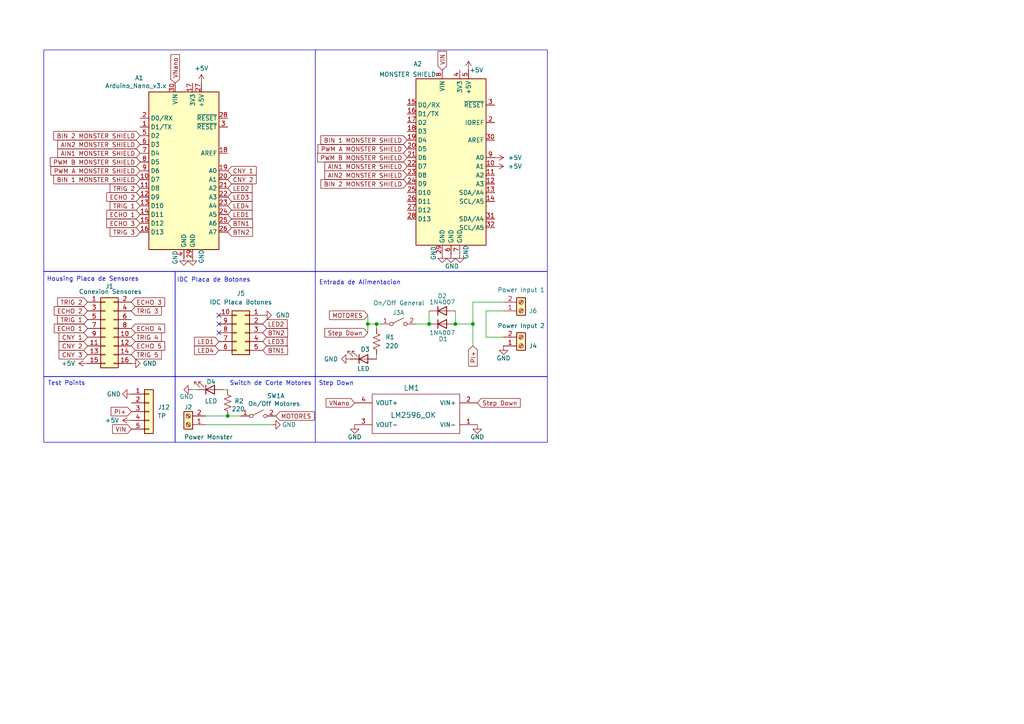
<source format=kicad_sch>
(kicad_sch (version 20231120) (generator "eeschema") (generator_version "8.0")
  (paper "A4")
  (lib_symbols
    (symbol "Connector:Screw_Terminal_01x02" (pin_names (offset 1.016) hide)
      (property "Reference" "J" (at 0 2.54 0))
      (property "Value" "Screw_Terminal_01x02" (at 0 -5.08 0))
      (symbol "Screw_Terminal_01x02_1_1"
        (rectangle (start -1.27 1.27) (end 1.27 -3.81) (stroke (width 0.254)) (fill (type background)))
        (circle (center 0 -2.54) (radius 0.635) (stroke (width 0.1524)))
        (polyline (pts (xy -0.5334 -2.2098) (xy 0.3302 -3.048)) (stroke (width 0.1524)))
        (polyline (pts (xy -0.5334 0.3302) (xy 0.3302 -0.508)) (stroke (width 0.1524)))
        (polyline (pts (xy -0.3556 -2.032) (xy 0.508 -2.8702)) (stroke (width 0.1524)))
        (polyline (pts (xy -0.3556 0.508) (xy 0.508 -0.3302)) (stroke (width 0.1524)))
        (circle (center 0 0) (radius 0.635) (stroke (width 0.1524)))
        (pin passive line (at -5.08 0 0) (length 3.81) (name "Pin_1") (number "1"))
        (pin passive line (at -5.08 -2.54 0) (length 3.81) (name "Pin_2") (number "2"))
      )
    )
    (symbol "Connector_Generic:Conn_01x05" (pin_names (offset 1.016) hide)
      (property "Reference" "J" (at 0 7.62 0))
      (property "Value" "Conn_01x05" (at 0 -7.62 0))
      (symbol "Conn_01x05_1_1"
        (rectangle (start -1.27 -4.953) (end 0 -5.207) (stroke (width 0.1524)))
        (rectangle (start -1.27 -2.413) (end 0 -2.667) (stroke (width 0.1524)))
        (rectangle (start -1.27 0.127) (end 0 -0.127) (stroke (width 0.1524)))
        (rectangle (start -1.27 2.667) (end 0 2.413) (stroke (width 0.1524)))
        (rectangle (start -1.27 5.207) (end 0 4.953) (stroke (width 0.1524)))
        (rectangle (start -1.27 6.35) (end 1.27 -6.35) (stroke (width 0.254)) (fill (type background)))
        (pin passive line (at -5.08 5.08 0) (length 3.81) (name "Pin_1") (number "1"))
        (pin passive line (at -5.08 2.54 0) (length 3.81) (name "Pin_2") (number "2"))
        (pin passive line (at -5.08 0 0) (length 3.81) (name "Pin_3") (number "3"))
        (pin passive line (at -5.08 -2.54 0) (length 3.81) (name "Pin_4") (number "4"))
        (pin passive line (at -5.08 -5.08 0) (length 3.81) (name "Pin_5") (number "5"))
      )
    )
    (symbol "Connector_Generic:Conn_02x05_Counter_Clockwise" (pin_names (offset 1.016) hide)
      (property "Reference" "J" (at 1.27 7.62 0))
      (property "Value" "Conn_02x05_Counter_Clockwise" (at 1.27 -7.62 0))
      (symbol "Conn_02x05_Counter_Clockwise_1_1"
        (rectangle (start -1.27 -4.953) (end 0 -5.207) (stroke (width 0.1524)))
        (rectangle (start -1.27 -2.413) (end 0 -2.667) (stroke (width 0.1524)))
        (rectangle (start -1.27 0.127) (end 0 -0.127) (stroke (width 0.1524)))
        (rectangle (start -1.27 2.667) (end 0 2.413) (stroke (width 0.1524)))
        (rectangle (start -1.27 5.207) (end 0 4.953) (stroke (width 0.1524)))
        (rectangle (start -1.27 6.35) (end 3.81 -6.35) (stroke (width 0.254)) (fill (type background)))
        (rectangle (start 3.81 -4.953) (end 2.54 -5.207) (stroke (width 0.1524)))
        (rectangle (start 3.81 -2.413) (end 2.54 -2.667) (stroke (width 0.1524)))
        (rectangle (start 3.81 0.127) (end 2.54 -0.127) (stroke (width 0.1524)))
        (rectangle (start 3.81 2.667) (end 2.54 2.413) (stroke (width 0.1524)))
        (rectangle (start 3.81 5.207) (end 2.54 4.953) (stroke (width 0.1524)))
        (pin passive line (at -5.08 5.08 0) (length 3.81) (name "Pin_1") (number "1"))
        (pin passive line (at 7.62 5.08 180) (length 3.81) (name "Pin_10") (number "10"))
        (pin passive line (at -5.08 2.54 0) (length 3.81) (name "Pin_2") (number "2"))
        (pin passive line (at -5.08 0 0) (length 3.81) (name "Pin_3") (number "3"))
        (pin passive line (at -5.08 -2.54 0) (length 3.81) (name "Pin_4") (number "4"))
        (pin passive line (at -5.08 -5.08 0) (length 3.81) (name "Pin_5") (number "5"))
        (pin passive line (at 7.62 -5.08 180) (length 3.81) (name "Pin_6") (number "6"))
        (pin passive line (at 7.62 -2.54 180) (length 3.81) (name "Pin_7") (number "7"))
        (pin passive line (at 7.62 0 180) (length 3.81) (name "Pin_8") (number "8"))
        (pin passive line (at 7.62 2.54 180) (length 3.81) (name "Pin_9") (number "9"))
      )
    )
    (symbol "Connector_Generic:Conn_02x08_Odd_Even" (pin_names (offset 1.016) hide)
      (property "Reference" "J" (at 1.27 10.16 0))
      (property "Value" "Conn_02x08_Odd_Even" (at 1.27 -12.7 0))
      (symbol "Conn_02x08_Odd_Even_1_1"
        (rectangle (start -1.27 -10.033) (end 0 -10.287) (stroke (width 0.1524)))
        (rectangle (start -1.27 -7.493) (end 0 -7.747) (stroke (width 0.1524)))
        (rectangle (start -1.27 -4.953) (end 0 -5.207) (stroke (width 0.1524)))
        (rectangle (start -1.27 -2.413) (end 0 -2.667) (stroke (width 0.1524)))
        (rectangle (start -1.27 0.127) (end 0 -0.127) (stroke (width 0.1524)))
        (rectangle (start -1.27 2.667) (end 0 2.413) (stroke (width 0.1524)))
        (rectangle (start -1.27 5.207) (end 0 4.953) (stroke (width 0.1524)))
        (rectangle (start -1.27 7.747) (end 0 7.493) (stroke (width 0.1524)))
        (rectangle (start -1.27 8.89) (end 3.81 -11.43) (stroke (width 0.254)) (fill (type background)))
        (rectangle (start 3.81 -10.033) (end 2.54 -10.287) (stroke (width 0.1524)))
        (rectangle (start 3.81 -7.493) (end 2.54 -7.747) (stroke (width 0.1524)))
        (rectangle (start 3.81 -4.953) (end 2.54 -5.207) (stroke (width 0.1524)))
        (rectangle (start 3.81 -2.413) (end 2.54 -2.667) (stroke (width 0.1524)))
        (rectangle (start 3.81 0.127) (end 2.54 -0.127) (stroke (width 0.1524)))
        (rectangle (start 3.81 2.667) (end 2.54 2.413) (stroke (width 0.1524)))
        (rectangle (start 3.81 5.207) (end 2.54 4.953) (stroke (width 0.1524)))
        (rectangle (start 3.81 7.747) (end 2.54 7.493) (stroke (width 0.1524)))
        (pin passive line (at -5.08 7.62 0) (length 3.81) (name "Pin_1") (number "1"))
        (pin passive line (at 7.62 -2.54 180) (length 3.81) (name "Pin_10") (number "10"))
        (pin passive line (at -5.08 -5.08 0) (length 3.81) (name "Pin_11") (number "11"))
        (pin passive line (at 7.62 -5.08 180) (length 3.81) (name "Pin_12") (number "12"))
        (pin passive line (at -5.08 -7.62 0) (length 3.81) (name "Pin_13") (number "13"))
        (pin passive line (at 7.62 -7.62 180) (length 3.81) (name "Pin_14") (number "14"))
        (pin passive line (at -5.08 -10.16 0) (length 3.81) (name "Pin_15") (number "15"))
        (pin passive line (at 7.62 -10.16 180) (length 3.81) (name "Pin_16") (number "16"))
        (pin passive line (at 7.62 7.62 180) (length 3.81) (name "Pin_2") (number "2"))
        (pin passive line (at -5.08 5.08 0) (length 3.81) (name "Pin_3") (number "3"))
        (pin passive line (at 7.62 5.08 180) (length 3.81) (name "Pin_4") (number "4"))
        (pin passive line (at -5.08 2.54 0) (length 3.81) (name "Pin_5") (number "5"))
        (pin passive line (at 7.62 2.54 180) (length 3.81) (name "Pin_6") (number "6"))
        (pin passive line (at -5.08 0 0) (length 3.81) (name "Pin_7") (number "7"))
        (pin passive line (at 7.62 0 180) (length 3.81) (name "Pin_8") (number "8"))
        (pin passive line (at -5.08 -2.54 0) (length 3.81) (name "Pin_9") (number "9"))
      )
    )
    (symbol "Device:LED" (pin_numbers hide) (pin_names (offset 1.016) hide)
      (property "Reference" "D" (at 0 2.54 0))
      (property "Value" "LED" (at 0 -2.54 0))
      (symbol "LED_0_1"
        (polyline (pts (xy -1.27 -1.27) (xy -1.27 1.27)) (stroke (width 0.254)))
        (polyline (pts (xy -1.27 0) (xy 1.27 0)))
        (polyline (pts (xy 1.27 -1.27) (xy 1.27 1.27) (xy -1.27 0) (xy 1.27 -1.27)) (stroke (width 0.254)))
        (polyline (pts (xy -3.048 -0.762) (xy -4.572 -2.286) (xy -3.81 -2.286) (xy -4.572 -2.286) (xy -4.572 -1.524)))
        (polyline (pts (xy -1.778 -0.762) (xy -3.302 -2.286) (xy -2.54 -2.286) (xy -3.302 -2.286) (xy -3.302 -1.524)))
      )
      (symbol "LED_1_1"
        (pin passive line (at -3.81 0 0) (length 2.54) (name "K") (number "1"))
        (pin passive line (at 3.81 0 180) (length 2.54) (name "A") (number "2"))
      )
    )
    (symbol "Device:R_US" (pin_numbers hide) (pin_names (offset 0))
      (property "Reference" "R" (at 2.54 0 90))
      (property "Value" "R_US" (at -2.54 0 90))
      (symbol "R_US_0_1"
        (polyline (pts (xy 0 -2.286) (xy 0 -2.54)))
        (polyline (pts (xy 0 2.286) (xy 0 2.54)))
        (polyline (pts (xy 0 -0.762) (xy 1.016 -1.143) (xy 0 -1.524) (xy -1.016 -1.905) (xy 0 -2.286)))
        (polyline (pts (xy 0 0.762) (xy 1.016 0.381) (xy 0 0) (xy -1.016 -0.381) (xy 0 -0.762)))
        (polyline (pts (xy 0 2.286) (xy 1.016 1.905) (xy 0 1.524) (xy -1.016 1.143) (xy 0 0.762)))
      )
      (symbol "R_US_1_1"
        (pin passive line (at 0 3.81 270) (length 1.27) (name "~") (number "1"))
        (pin passive line (at 0 -3.81 90) (length 1.27) (name "~") (number "2"))
      )
    )
    (symbol "Diode:1N4007" (pin_numbers hide) (pin_names hide)
      (property "Reference" "D" (at 0 2.54 0))
      (property "Value" "1N4007" (at 0 -2.54 0))
      (symbol "1N4007_0_1"
        (polyline (pts (xy -1.27 1.27) (xy -1.27 -1.27)) (stroke (width 0.254)))
        (polyline (pts (xy 1.27 0) (xy -1.27 0)))
        (polyline (pts (xy 1.27 1.27) (xy 1.27 -1.27) (xy -1.27 0) (xy 1.27 1.27)) (stroke (width 0.254)))
      )
      (symbol "1N4007_1_1"
        (pin passive line (at -3.81 0 0) (length 2.54) (name "K") (number "1"))
        (pin passive line (at 3.81 0 180) (length 2.54) (name "A") (number "2"))
      )
    )
    (symbol "LM2596:LM2596_OK" (pin_names (offset 1.016))
      (property "Reference" "LM1" (at 7.366 -1.524 90))
      (property "Value" "LM2596_OK" (at 4.572 -1.27 90))
      (symbol "LM2596_OK_0_1"
        (rectangle (start -8.89 11.43) (end 2.54 -13.97))
      )
      (symbol "LM2596_OK_1_1"
        (pin input line (at 0 -19.05 90) (length 5.08) (name "VIN-") (number "1"))
        (pin input line (at -6.35 -19.05 90) (length 5.08) (name "VIN+") (number "2"))
        (pin input line (at 0 16.51 270) (length 5.08) (name "VOUT-") (number "3"))
        (pin input line (at -6.35 16.51 270) (length 5.08) (name "VOUT+") (number "4"))
      )
    )
    (symbol "MCU_Module:Arduino_Nano_v3.x"
      (property "Reference" "A" (at -10.16 23.495 0))
      (property "Value" "Arduino_Nano_v3.x" (at 5.08 -24.13 0))
      (symbol "Arduino_Nano_v3.x_0_1"
        (rectangle (start -10.16 22.86) (end 10.16 -22.86) (stroke (width 0.254)) (fill (type background)))
      )
      (symbol "Arduino_Nano_v3.x_1_1"
        (pin bidirectional line (at -12.7 12.7 0) (length 2.54) (name "D1/TX") (number "1"))
        (pin bidirectional line (at -12.7 -2.54 0) (length 2.54) (name "D7") (number "10"))
        (pin bidirectional line (at -12.7 -5.08 0) (length 2.54) (name "D8") (number "11"))
        (pin bidirectional line (at -12.7 -7.62 0) (length 2.54) (name "D9") (number "12"))
        (pin bidirectional line (at -12.7 -10.16 0) (length 2.54) (name "D10") (number "13"))
        (pin bidirectional line (at -12.7 -12.7 0) (length 2.54) (name "D11") (number "14"))
        (pin bidirectional line (at -12.7 -15.24 0) (length 2.54) (name "D12") (number "15"))
        (pin bidirectional line (at -12.7 -17.78 0) (length 2.54) (name "D13") (number "16"))
        (pin power_out line (at 2.54 25.4 270) (length 2.54) (name "3V3") (number "17"))
        (pin input line (at 12.7 5.08 180) (length 2.54) (name "AREF") (number "18"))
        (pin bidirectional line (at 12.7 0 180) (length 2.54) (name "A0") (number "19"))
        (pin bidirectional line (at -12.7 15.24 0) (length 2.54) (name "D0/RX") (number "2"))
        (pin bidirectional line (at 12.7 -2.54 180) (length 2.54) (name "A1") (number "20"))
        (pin bidirectional line (at 12.7 -5.08 180) (length 2.54) (name "A2") (number "21"))
        (pin bidirectional line (at 12.7 -7.62 180) (length 2.54) (name "A3") (number "22"))
        (pin bidirectional line (at 12.7 -10.16 180) (length 2.54) (name "A4") (number "23"))
        (pin bidirectional line (at 12.7 -12.7 180) (length 2.54) (name "A5") (number "24"))
        (pin bidirectional line (at 12.7 -15.24 180) (length 2.54) (name "A6") (number "25"))
        (pin bidirectional line (at 12.7 -17.78 180) (length 2.54) (name "A7") (number "26"))
        (pin power_out line (at 5.08 25.4 270) (length 2.54) (name "+5V") (number "27"))
        (pin input line (at 12.7 15.24 180) (length 2.54) (name "~{RESET}") (number "28"))
        (pin power_in line (at 2.54 -25.4 90) (length 2.54) (name "GND") (number "29"))
        (pin input line (at 12.7 12.7 180) (length 2.54) (name "~{RESET}") (number "3"))
        (pin power_in line (at -2.54 25.4 270) (length 2.54) (name "VIN") (number "30"))
        (pin power_in line (at 0 -25.4 90) (length 2.54) (name "GND") (number "4"))
        (pin bidirectional line (at -12.7 10.16 0) (length 2.54) (name "D2") (number "5"))
        (pin bidirectional line (at -12.7 7.62 0) (length 2.54) (name "D3") (number "6"))
        (pin bidirectional line (at -12.7 5.08 0) (length 2.54) (name "D4") (number "7"))
        (pin bidirectional line (at -12.7 2.54 0) (length 2.54) (name "D5") (number "8"))
        (pin bidirectional line (at -12.7 0 0) (length 2.54) (name "D6") (number "9"))
      )
    )
    (symbol "MCU_Module:Arduino_UNO_R3"
      (property "Reference" "A" (at -10.16 23.495 0))
      (property "Value" "Arduino_UNO_R3" (at 5.08 -26.67 0))
      (symbol "Arduino_UNO_R3_0_1"
        (rectangle (start -10.16 22.86) (end 10.16 -25.4) (stroke (width 0.254)) (fill (type background)))
      )
      (symbol "Arduino_UNO_R3_1_1"
        (pin no_connect line (at -10.16 -20.32 0) (length 2.54) hide (name "NC") (number "1"))
        (pin bidirectional line (at 12.7 -2.54 180) (length 2.54) (name "A1") (number "10"))
        (pin bidirectional line (at 12.7 -5.08 180) (length 2.54) (name "A2") (number "11"))
        (pin bidirectional line (at 12.7 -7.62 180) (length 2.54) (name "A3") (number "12"))
        (pin bidirectional line (at 12.7 -10.16 180) (length 2.54) (name "SDA/A4") (number "13"))
        (pin bidirectional line (at 12.7 -12.7 180) (length 2.54) (name "SCL/A5") (number "14"))
        (pin bidirectional line (at -12.7 15.24 0) (length 2.54) (name "D0/RX") (number "15"))
        (pin bidirectional line (at -12.7 12.7 0) (length 2.54) (name "D1/TX") (number "16"))
        (pin bidirectional line (at -12.7 10.16 0) (length 2.54) (name "D2") (number "17"))
        (pin bidirectional line (at -12.7 7.62 0) (length 2.54) (name "D3") (number "18"))
        (pin bidirectional line (at -12.7 5.08 0) (length 2.54) (name "D4") (number "19"))
        (pin output line (at 12.7 10.16 180) (length 2.54) (name "IOREF") (number "2"))
        (pin bidirectional line (at -12.7 2.54 0) (length 2.54) (name "D5") (number "20"))
        (pin bidirectional line (at -12.7 0 0) (length 2.54) (name "D6") (number "21"))
        (pin bidirectional line (at -12.7 -2.54 0) (length 2.54) (name "D7") (number "22"))
        (pin bidirectional line (at -12.7 -5.08 0) (length 2.54) (name "D8") (number "23"))
        (pin bidirectional line (at -12.7 -7.62 0) (length 2.54) (name "D9") (number "24"))
        (pin bidirectional line (at -12.7 -10.16 0) (length 2.54) (name "D10") (number "25"))
        (pin bidirectional line (at -12.7 -12.7 0) (length 2.54) (name "D11") (number "26"))
        (pin bidirectional line (at -12.7 -15.24 0) (length 2.54) (name "D12") (number "27"))
        (pin bidirectional line (at -12.7 -17.78 0) (length 2.54) (name "D13") (number "28"))
        (pin power_in line (at -2.54 -27.94 90) (length 2.54) (name "GND") (number "29"))
        (pin input line (at 12.7 15.24 180) (length 2.54) (name "~{RESET}") (number "3"))
        (pin input line (at 12.7 5.08 180) (length 2.54) (name "AREF") (number "30"))
        (pin bidirectional line (at 12.7 -17.78 180) (length 2.54) (name "SDA/A4") (number "31"))
        (pin bidirectional line (at 12.7 -20.32 180) (length 2.54) (name "SCL/A5") (number "32"))
        (pin power_out line (at 2.54 25.4 270) (length 2.54) (name "3V3") (number "4"))
        (pin power_out line (at 5.08 25.4 270) (length 2.54) (name "+5V") (number "5"))
        (pin power_in line (at 0 -27.94 90) (length 2.54) (name "GND") (number "6"))
        (pin power_in line (at 2.54 -27.94 90) (length 2.54) (name "GND") (number "7"))
        (pin power_in line (at -2.54 25.4 270) (length 2.54) (name "VIN") (number "8"))
        (pin bidirectional line (at 12.7 0 180) (length 2.54) (name "A0") (number "9"))
      )
    )
    (symbol "Switch:SW_DPST_x2" (pin_names (offset 0) hide)
      (property "Reference" "SW" (at 0 3.175 0))
      (property "Value" "SW_DPST_x2" (at 0 -2.54 0))
      (symbol "SW_DPST_x2_0_0"
        (circle (center -2.032 0) (radius 0.508))
        (polyline (pts (xy -1.524 0.254) (xy 1.524 1.778)))
        (circle (center 2.032 0) (radius 0.508))
      )
      (symbol "SW_DPST_x2_1_1"
        (pin passive line (at -5.08 0 0) (length 2.54) (name "A") (number "1"))
        (pin passive line (at 5.08 0 180) (length 2.54) (name "B") (number "2"))
      )
      (symbol "SW_DPST_x2_2_1"
        (pin passive line (at -5.08 0 0) (length 2.54) (name "A") (number "3"))
        (pin passive line (at 5.08 0 180) (length 2.54) (name "B") (number "4"))
      )
    )
    (symbol "power:+5V" (power) (pin_numbers hide) (pin_names (offset 0) hide)
      (property "Value" "+5V" (at 0 3.556 0))
      (symbol "+5V_0_1"
        (polyline (pts (xy -0.762 1.27) (xy 0 2.54)))
        (polyline (pts (xy 0 0) (xy 0 2.54)))
        (polyline (pts (xy 0 2.54) (xy 0.762 1.27)))
      )
      (symbol "+5V_1_1"
        (pin power_in line (at 0 0 90) (length 0) (name "~") (number "1"))
      )
    )
    (symbol "power:GND" (power) (pin_numbers hide) (pin_names (offset 0) hide)
      (property "Value" "GND" (at 0 -3.81 0))
      (symbol "GND_0_1"
        (polyline (pts (xy 0 0) (xy 0 -1.27) (xy 1.27 -1.27) (xy 0 -2.54) (xy -1.27 -1.27) (xy 0 -1.27)))
      )
      (symbol "GND_1_1"
        (pin power_in line (at 0 0 270) (length 0) (name "~") (number "1"))
      )
    )
  )
  (junction (at 124.46 93.98))
  (junction (at 137.16 93.98))
  (junction (at 109.22 93.98))
  (junction (at 132.08 93.98))
  (junction (at 66.04 120.65))
  (junction (at 106.68 93.98))
  (no_connect (at 63.5 93.98))
  (no_connect (at 63.5 96.52))
  (no_connect (at 63.5 91.44))
  (wire (pts (xy 137.16 93.98) (xy 137.16 100.33)))
  (wire (pts (xy 146.05 87.63) (xy 137.16 87.63)))
  (wire (pts (xy 53.34 74.93) (xy 53.34 74.422)))
  (wire (pts (xy 140.97 90.17) (xy 146.05 90.17)))
  (wire (pts (xy 106.68 93.98) (xy 109.22 93.98)))
  (wire (pts (xy 59.69 120.65) (xy 66.04 120.65)))
  (wire (pts (xy 109.22 93.98) (xy 110.49 93.98)))
  (wire (pts (xy 132.08 93.98) (xy 137.16 93.98)))
  (wire (pts (xy 109.22 95.25) (xy 109.22 93.98)))
  (wire (pts (xy 124.46 90.17) (xy 124.46 93.98)))
  (wire (pts (xy 109.22 102.87) (xy 109.22 104.14)))
  (wire (pts (xy 140.97 90.17) (xy 140.97 97.79)))
  (wire (pts (xy 132.08 90.17) (xy 132.08 93.98)))
  (wire (pts (xy 78.74 123.19) (xy 59.69 123.19)))
  (wire (pts (xy 140.97 97.79) (xy 146.05 97.79)))
  (wire (pts (xy 106.68 91.44) (xy 106.68 93.98)))
  (wire (pts (xy 55.88 74.93) (xy 55.88 74.422)))
  (wire (pts (xy 66.04 120.65) (xy 69.85 120.65)))
  (wire (pts (xy 57.15 113.03) (xy 55.88 113.03)))
  (wire (pts (xy 66.04 113.03) (xy 64.77 113.03)))
  (wire (pts (xy 106.68 93.98) (xy 106.68 96.52)))
  (wire (pts (xy 120.65 93.98) (xy 124.46 93.98)))
  (wire (pts (xy 137.16 87.63) (xy 137.16 93.98)))
  (rectangle (start 50.8 78.74) (end 91.44 109.22))
  (rectangle (start 12.7 14.478) (end 91.44 78.74))
  (rectangle (start 91.44 109.22) (end 158.75 128.27))
  (rectangle (start 91.44 78.74) (end 158.75 109.22))
  (rectangle (start 12.7 109.22) (end 50.8 128.27))
  (rectangle (start 50.8 109.22) (end 91.44 128.27))
  (rectangle (start 91.44 14.478) (end 158.75 78.74))
  (rectangle (start 12.7 78.74) (end 50.8 109.22))
  (text "Switch de Corte Motores" (at 78.486 111.252 0) (effects (font (size 1.27 1.27))))
  (text "Entrada de Alimentacion" (at 104.394 82.042 0) (effects (font (size 1.27 1.27))))
  (text "Test Points\n" (at 19.304 111.252 0) (effects (font (size 1.27 1.27))))
  (text "Step Down\n" (at 97.536 111.252 0) (effects (font (size 1.27 1.27))))
  (text "Housing Placa de Sensores" (at 26.924 81.026 0) (effects (font (size 1.27 1.27))))
  (text "IDC Placa de Botones" (at 61.976 81.28 0) (effects (font (size 1.27 1.27))))
  (global_label "ECHO 2" (shape input) (at 25.4 90.17 180) (property "Intersheetrefs" "${INTERSHEET_REFS}" (effects (hide yes))))
  (global_label "CNY 3" (shape input) (at 25.4 102.87 180) (property "Intersheetrefs" "${INTERSHEET_REFS}" (effects (hide yes))))
  (global_label "TRIG 1" (shape input) (at 25.4 92.71 180) (property "Intersheetrefs" "${INTERSHEET_REFS}" (effects (hide yes))))
  (global_label "TRIG 1" (shape input) (at 40.64 59.69 180) (property "Intersheetrefs" "${INTERSHEET_REFS}" (effects (hide yes))))
  (global_label "CNY 1" (shape input) (at 66.04 49.53 0) (property "Intersheetrefs" "${INTERSHEET_REFS}" (effects (hide yes))))
  (global_label "PI+" (shape input) (at 137.16 100.33 270) (property "Intersheetrefs" "${INTERSHEET_REFS}" (effects (hide yes))))
  (global_label "BIN 1 MONSTER SHIELD" (shape input) (at 118.11 40.64 180) (property "Intersheetrefs" "${INTERSHEET_REFS}" (effects (hide yes))))
  (global_label "BIN 2 MONSTER SHIELD" (shape input) (at 40.64 39.37 180) (property "Intersheetrefs" "${INTERSHEET_REFS}" (effects (hide yes))))
  (global_label "MOTORES" (shape input) (at 106.68 91.44 180) (property "Intersheetrefs" "${INTERSHEET_REFS}" (effects (hide yes))))
  (global_label "CNY 2" (shape input) (at 66.04 52.07 0) (property "Intersheetrefs" "${INTERSHEET_REFS}" (effects (hide yes))))
  (global_label "LED2" (shape input) (at 66.04 54.61 0) (property "Intersheetrefs" "${INTERSHEET_REFS}" (effects (hide yes))))
  (global_label "Step Down" (shape input) (at 106.68 96.52 180) (property "Intersheetrefs" "${INTERSHEET_REFS}" (effects (hide yes))))
  (global_label "MOTORES" (shape input) (at 80.01 120.65 0) (property "Intersheetrefs" "${INTERSHEET_REFS}" (effects (hide yes))))
  (global_label "VIN" (shape input) (at 38.1 124.46 180) (property "Intersheetrefs" "${INTERSHEET_REFS}" (effects (hide yes))))
  (global_label "PWM B MONSTER SHIELD" (shape input) (at 40.64 46.99 180) (property "Intersheetrefs" "${INTERSHEET_REFS}" (effects (hide yes))))
  (global_label "BTN2" (shape input) (at 76.2 96.52 0) (property "Intersheetrefs" "${INTERSHEET_REFS}" (effects (hide yes))))
  (global_label "PWM A MONSTER SHIELD" (shape input) (at 118.11 43.18 180) (property "Intersheetrefs" "${INTERSHEET_REFS}" (effects (hide yes))))
  (global_label "LED4" (shape input) (at 63.5 101.6 180) (property "Intersheetrefs" "${INTERSHEET_REFS}" (effects (hide yes))))
  (global_label "CNY 1" (shape input) (at 25.4 97.79 180) (property "Intersheetrefs" "${INTERSHEET_REFS}" (effects (hide yes))))
  (global_label "LED2" (shape input) (at 76.2 93.98 0) (property "Intersheetrefs" "${INTERSHEET_REFS}" (effects (hide yes))))
  (global_label "LED1" (shape input) (at 63.5 99.06 180) (property "Intersheetrefs" "${INTERSHEET_REFS}" (effects (hide yes))))
  (global_label "LED4" (shape input) (at 66.04 59.69 0) (property "Intersheetrefs" "${INTERSHEET_REFS}" (effects (hide yes))))
  (global_label "LED3" (shape input) (at 66.04 57.15 0) (property "Intersheetrefs" "${INTERSHEET_REFS}" (effects (hide yes))))
  (global_label "Step Down" (shape input) (at 138.43 116.84 0) (property "Intersheetrefs" "${INTERSHEET_REFS}" (effects (hide yes))))
  (global_label "TRIG 5" (shape input) (at 38.1 102.87 0) (property "Intersheetrefs" "${INTERSHEET_REFS}" (effects (hide yes))))
  (global_label "TRIG 3" (shape input) (at 38.1 90.17 0) (property "Intersheetrefs" "${INTERSHEET_REFS}" (effects (hide yes))))
  (global_label "LED3" (shape input) (at 76.2 99.06 0) (property "Intersheetrefs" "${INTERSHEET_REFS}" (effects (hide yes))))
  (global_label "ECHO 3" (shape input) (at 40.64 64.77 180) (property "Intersheetrefs" "${INTERSHEET_REFS}" (effects (hide yes))))
  (global_label "PWM B MONSTER SHIELD" (shape input) (at 118.11 45.72 180) (property "Intersheetrefs" "${INTERSHEET_REFS}" (effects (hide yes))))
  (global_label "ECHO 1" (shape input) (at 40.64 62.23 180) (property "Intersheetrefs" "${INTERSHEET_REFS}" (effects (hide yes))))
  (global_label "ECHO 4" (shape input) (at 38.1 95.25 0) (property "Intersheetrefs" "${INTERSHEET_REFS}" (effects (hide yes))))
  (global_label "PI+" (shape input) (at 38.1 119.38 180) (property "Intersheetrefs" "${INTERSHEET_REFS}" (effects (hide yes))))
  (global_label "TRIG 3" (shape input) (at 40.64 67.31 180) (property "Intersheetrefs" "${INTERSHEET_REFS}" (effects (hide yes))))
  (global_label "ECHO 1" (shape input) (at 25.4 95.25 180) (property "Intersheetrefs" "${INTERSHEET_REFS}" (effects (hide yes))))
  (global_label "TRIG 4" (shape input) (at 38.1 97.79 0) (property "Intersheetrefs" "${INTERSHEET_REFS}" (effects (hide yes))))
  (global_label "AIN1 MONSTER SHIELD" (shape input) (at 40.64 44.45 180) (property "Intersheetrefs" "${INTERSHEET_REFS}" (effects (hide yes))))
  (global_label "AIN1 MONSTER SHIELD" (shape input) (at 118.11 48.26 180) (property "Intersheetrefs" "${INTERSHEET_REFS}" (effects (hide yes))))
  (global_label "VNano" (shape input) (at 50.8 24.13 90) (property "Intersheetrefs" "${INTERSHEET_REFS}" (effects (hide yes))))
  (global_label "VIN" (shape input) (at 128.27 20.32 90) (property "Intersheetrefs" "${INTERSHEET_REFS}" (effects (hide yes))))
  (global_label "TRIG 2" (shape input) (at 25.4 87.63 180) (property "Intersheetrefs" "${INTERSHEET_REFS}" (effects (hide yes))))
  (global_label "ECHO 3" (shape input) (at 38.1 87.63 0) (property "Intersheetrefs" "${INTERSHEET_REFS}" (effects (hide yes))))
  (global_label "CNY 2" (shape input) (at 25.4 100.33 180) (property "Intersheetrefs" "${INTERSHEET_REFS}" (effects (hide yes))))
  (global_label "ECHO 5" (shape input) (at 38.1 100.33 0) (property "Intersheetrefs" "${INTERSHEET_REFS}" (effects (hide yes))))
  (global_label "BTN1" (shape input) (at 66.04 64.77 0) (property "Intersheetrefs" "${INTERSHEET_REFS}" (effects (hide yes))))
  (global_label "BIN 1 MONSTER SHIELD" (shape input) (at 40.64 52.07 180) (property "Intersheetrefs" "${INTERSHEET_REFS}" (effects (hide yes))))
  (global_label "TRIG 2" (shape input) (at 40.64 54.61 180) (property "Intersheetrefs" "${INTERSHEET_REFS}" (effects (hide yes))))
  (global_label "ECHO 2" (shape input) (at 40.64 57.15 180) (property "Intersheetrefs" "${INTERSHEET_REFS}" (effects (hide yes))))
  (global_label "PWM A MONSTER SHIELD" (shape input) (at 40.64 49.53 180) (property "Intersheetrefs" "${INTERSHEET_REFS}" (effects (hide yes))))
  (global_label "BTN1" (shape input) (at 76.2 101.6 0) (property "Intersheetrefs" "${INTERSHEET_REFS}" (effects (hide yes))))
  (global_label "AIN2 MONSTER SHIELD" (shape input) (at 118.11 50.8 180) (property "Intersheetrefs" "${INTERSHEET_REFS}" (effects (hide yes))))
  (global_label "BIN 2 MONSTER SHIELD" (shape input) (at 118.11 53.34 180) (property "Intersheetrefs" "${INTERSHEET_REFS}" (effects (hide yes))))
  (global_label "VNano" (shape input) (at 102.87 116.84 180) (property "Intersheetrefs" "${INTERSHEET_REFS}" (effects (hide yes))))
  (global_label "BTN2" (shape input) (at 66.04 67.31 0) (property "Intersheetrefs" "${INTERSHEET_REFS}" (effects (hide yes))))
  (global_label "LED1" (shape input) (at 66.04 62.23 0) (property "Intersheetrefs" "${INTERSHEET_REFS}" (effects (hide yes))))
  (global_label "AIN2 MONSTER SHIELD" (shape input) (at 40.64 41.91 180) (property "Intersheetrefs" "${INTERSHEET_REFS}" (effects (hide yes))))
  (symbol (lib_id "power:GND") (at 76.2 91.44 90) (unit 1)
    (property "Reference" "#PWR01" (effects (hide yes)))
    (property "Value" "GND" (at 80.01 91.4399 90) (effects (justify right)))
    (property "Description" "Power symbol creates a global label with name \"GND\" , ground" (effects (hide yes)))
  )
  (symbol (lib_id "power:GND") (at 38.1 105.41 90) (unit 1)
    (property "Reference" "#PWR013" (effects (hide yes)))
    (property "Value" "GND" (at 43.434 105.41 90))
    (property "Description" "Power symbol creates a global label with name \"GND\" , ground" (effects (hide yes)))
  )
  (symbol (lib_id "power:GND") (at 38.1 114.3 270) (unit 1)
    (property "Reference" "#PWR012" (effects (hide yes)))
    (property "Value" "GND" (at 35.052 114.3 90) (effects (justify right)))
    (property "Description" "Power symbol creates a global label with name \"GND\" , ground" (effects (hide yes)))
  )
  (symbol (lib_id "power:+5V") (at 58.42 24.13 0) (unit 1)
    (property "Reference" "#PWR05" (effects (hide yes)))
    (property "Value" "+5V" (at 58.42 19.812 0))
    (property "Description" "Power symbol creates a global label with name \"+5V\"" (effects (hide yes)))
  )
  (symbol (lib_id "Connector_Generic:Conn_02x08_Odd_Even") (at 30.48 95.25 0) (unit 1)
    (property "Reference" "J1" (at 31.75 83.058 0))
    (property "Value" "Conexion Sensores" (at 32.004 84.582 0))
    (property "Footprint" "Connector_PinHeader_2.54mm:PinHeader_2x08_P2.54mm_Horizontal" (effects (hide yes)))
    (property "Description" "Generic connector, double row, 02x08, odd/even pin numbering scheme (row 1 odd numbers, row 2 even numbers), script generated (kicad-library-utils/schlib/autogen/connector/)" (effects (hide yes)))
  )
  (symbol (lib_id "Diode:1N4007") (at 128.27 93.98 0) (unit 1)
    (property "Reference" "D1" (at 128.524 98.298 0))
    (property "Value" "1N4007" (at 128.27 96.52 0))
    (property "Footprint" "Diode_THT:D_DO-41_SOD81_P10.16mm_Horizontal" (effects (hide yes)))
    (property "Datasheet" "http://www.vishay.com/docs/88503/1n4001.pdf" (effects (hide yes)))
    (property "Description" "1000V 1A General Purpose Rectifier Diode, DO-41" (effects (hide yes)))
    (property "Sim.Device" "D" (effects (hide yes)))
    (property "Sim.Pins" "1=K 2=A" (effects (hide yes)))
  )
  (symbol (lib_id "power:+5V") (at 143.51 45.72 270) (unit 1)
    (property "Reference" "#PWR019" (effects (hide yes)))
    (property "Value" "+5V" (at 147.32 45.7199 90) (effects (justify left)))
    (property "Description" "Power symbol creates a global label with name \"+5V\"" (effects (hide yes)))
  )
  (symbol (lib_id "Connector_Generic:Conn_02x05_Counter_Clockwise") (at 71.12 96.52 0) (mirror y) (unit 1)
    (property "Reference" "J5" (at 69.85 85.09 0))
    (property "Value" "IDC Placa Botones" (at 69.85 87.63 0))
    (property "Footprint" "Connector_PinHeader_2.54mm:PinHeader_2x05_P2.54mm_Horizontal" (effects (hide yes)))
    (property "Description" "Generic connector, double row, 02x05, counter clockwise pin numbering scheme (similar to DIP package numbering), script generated (kicad-library-utils/schlib/autogen/connector/)" (effects (hide yes)))
  )
  (symbol (lib_id "Switch:SW_DPST_x2") (at 115.57 93.98 0) (unit 1)
    (property "Reference" "J3" (at 113.792 90.678 0) (effects (justify left)))
    (property "Value" "On/Off General" (at 108.204 87.884 0) (effects (justify left)))
    (property "Footprint" "TerminalBlock:TerminalBlock_bornier-2_P5.08mm" (effects (hide yes)))
    (property "Description" "Single Pole Single Throw (SPST) switch, separate symbol" (effects (hide yes)))
  )
  (symbol (lib_id "power:GND") (at 55.88 113.03 270) (unit 1)
    (property "Reference" "#PWR017" (effects (hide yes)))
    (property "Value" "GND" (at 56.134 115.062 90) (effects (justify right)))
    (property "Description" "Power symbol creates a global label with name \"GND\" , ground" (effects (hide yes)))
  )
  (symbol (lib_id "power:GND") (at 128.27 73.66 0) (unit 1)
    (property "Reference" "#PWR07" (effects (hide yes)))
    (property "Value" "GND" (at 125.73 73.406 90))
    (property "Description" "Power symbol creates a global label with name \"GND\" , ground" (effects (hide yes)))
  )
  (symbol (lib_id "Device:LED") (at 60.96 113.03 0) (mirror x) (unit 1)
    (property "Reference" "D4" (at 61.214 110.744 0))
    (property "Value" "LED" (at 61.214 116.332 0))
    (property "Footprint" "LED_THT:LED_D5.0mm_Horizontal_O1.27mm_Z3.0mm" (effects (hide yes)))
    (property "Description" "Light emitting diode" (effects (hide yes)))
  )
  (symbol (lib_id "LM2596:LM2596_OK") (at 119.38 123.19 90) (mirror x) (unit 1)
    (property "Reference" "LM1" (at 119.38 112.522 90) (effects (font (size 1.524 1.524))))
    (property "Value" "LM2596_OK" (at 119.888 120.396 90) (effects (font (size 1.524 1.524))))
    (property "Footprint" "LM2596:LM2596_correctedMeas" (effects (hide yes)))
  )
  (symbol (lib_id "Switch:SW_DPST_x2") (at 74.93 120.65 0) (unit 1)
    (property "Reference" "SW1" (at 80.01 114.808 0))
    (property "Value" "On/Off Motores" (at 79.502 117.094 0))
    (property "Footprint" "Button_Switch_THT:SW_Slide_SPDT_Angled_CK_OS102011MA1Q" (effects (hide yes)))
    (property "Description" "Single Pole Single Throw (SPST) switch, separate symbol" (effects (hide yes)))
  )
  (symbol (lib_id "power:GND") (at 146.05 100.33 0) (unit 1)
    (property "Reference" "#PWR02" (effects (hide yes)))
    (property "Value" "GND" (at 146.05 103.886 0))
    (property "Description" "Power symbol creates a global label with name \"GND\" , ground" (effects (hide yes)))
  )
  (symbol (lib_id "power:GND") (at 138.43 123.19 0) (unit 1)
    (property "Reference" "#PWR015" (effects (hide yes)))
    (property "Value" "GND" (at 138.43 126.746 0))
    (property "Description" "Power symbol creates a global label with name \"GND\" , ground" (effects (hide yes)))
  )
  (symbol (lib_id "Diode:1N4007") (at 128.27 90.17 0) (unit 1)
    (property "Reference" "D2" (at 128.27 85.852 0))
    (property "Value" "1N4007" (at 128.27 87.63 0))
    (property "Footprint" "Diode_THT:D_DO-41_SOD81_P10.16mm_Horizontal" (effects (hide yes)))
    (property "Datasheet" "http://www.vishay.com/docs/88503/1n4001.pdf" (effects (hide yes)))
    (property "Description" "1000V 1A General Purpose Rectifier Diode, DO-41" (effects (hide yes)))
    (property "Sim.Device" "D" (effects (hide yes)))
    (property "Sim.Pins" "1=K 2=A" (effects (hide yes)))
  )
  (symbol (lib_id "Device:R_US") (at 66.04 116.84 180) (unit 1)
    (property "Reference" "R2" (at 69.342 116.332 0))
    (property "Value" "220" (at 69.088 118.618 0))
    (property "Footprint" "Resistor_THT:R_Axial_DIN0204_L3.6mm_D1.6mm_P7.62mm_Horizontal" (effects (hide yes)))
    (property "Description" "Resistor, US symbol" (effects (hide yes)))
  )
  (symbol (lib_id "power:GND") (at 78.74 123.19 90) (unit 1)
    (property "Reference" "#PWR011" (effects (hide yes)))
    (property "Value" "GND" (at 81.788 123.19 90) (effects (justify right)))
    (property "Description" "Power symbol creates a global label with name \"GND\" , ground" (effects (hide yes)))
  )
  (symbol (lib_id "Device:LED") (at 105.41 104.14 0) (mirror x) (unit 1)
    (property "Reference" "D3" (at 105.918 101.346 0))
    (property "Value" "LED" (at 105.41 106.934 0))
    (property "Footprint" "LED_THT:LED_D5.0mm_Horizontal_O1.27mm_Z3.0mm" (effects (hide yes)))
    (property "Description" "Light emitting diode" (effects (hide yes)))
  )
  (symbol (lib_id "power:GND") (at 130.81 73.66 0) (unit 1)
    (property "Reference" "#PWR08" (effects (hide yes)))
    (property "Value" "GND" (at 131.064 77.216 0))
    (property "Description" "Power symbol creates a global label with name \"GND\" , ground" (effects (hide yes)))
  )
  (symbol (lib_id "power:GND") (at 101.6 104.14 270) (unit 1)
    (property "Reference" "#PWR016" (effects (hide yes)))
    (property "Value" "GND" (at 98.044 104.14 90) (effects (justify right)))
    (property "Description" "Power symbol creates a global label with name \"GND\" , ground" (effects (hide yes)))
  )
  (symbol (lib_id "power:+5V") (at 38.1 121.92 90) (unit 1)
    (property "Reference" "#PWR020" (effects (hide yes)))
    (property "Value" "+5V" (at 34.544 121.9199 90) (effects (justify left)))
    (property "Description" "Power symbol creates a global label with name \"+5V\"" (effects (hide yes)))
  )
  (symbol (lib_id "Device:R_US") (at 109.22 99.06 0) (unit 1)
    (property "Reference" "R1" (at 111.76 97.7899 0) (effects (justify left)))
    (property "Value" "220" (at 111.76 100.3299 0) (effects (justify left)))
    (property "Footprint" "Resistor_THT:R_Axial_DIN0204_L3.6mm_D1.6mm_P7.62mm_Horizontal" (effects (hide yes)))
    (property "Description" "Resistor, US symbol" (effects (hide yes)))
  )
  (symbol (lib_id "Connector:Screw_Terminal_01x02") (at 151.13 90.17 0) (mirror x) (unit 1)
    (property "Reference" "J6" (at 153.416 90.1701 0) (effects (justify left)))
    (property "Value" "Power Input 1" (at 144.272 84.074 0) (effects (justify left)))
    (property "Footprint" "Connector_AMASS:AMASS_XT60-M_1x02_P7.20mm_Vertical" (effects (hide yes)))
    (property "Description" "Generic screw terminal, single row, 01x02, script generated (kicad-library-utils/schlib/autogen/connector/)" (effects (hide yes)))
  )
  (symbol (lib_id "power:GND") (at 55.88 74.422 0) (unit 1)
    (property "Reference" "#PWR04" (effects (hide yes)))
    (property "Value" "GND" (at 58.42 74.422 90))
    (property "Description" "Power symbol creates a global label with name \"GND\" , ground" (effects (hide yes)))
  )
  (symbol (lib_id "power:GND") (at 53.34 74.422 0) (unit 1)
    (property "Reference" "#PWR03" (effects (hide yes)))
    (property "Value" "GND" (at 50.8 74.676 90))
    (property "Description" "Power symbol creates a global label with name \"GND\" , ground" (effects (hide yes)))
  )
  (symbol (lib_id "Connector:Screw_Terminal_01x02") (at 54.61 123.19 180) (unit 1)
    (property "Reference" "J2" (at 54.61 118.11 0))
    (property "Value" "Power Monster" (at 60.452 126.746 0))
    (property "Footprint" "TerminalBlock:TerminalBlock_bornier-2_P5.08mm" (effects (hide yes)))
    (property "Description" "Generic screw terminal, single row, 01x02, script generated (kicad-library-utils/schlib/autogen/connector/)" (effects (hide yes)))
  )
  (symbol (lib_id "power:GND") (at 133.35 73.66 0) (unit 1)
    (property "Reference" "#PWR09" (effects (hide yes)))
    (property "Value" "GND" (at 135.128 73.152 90))
    (property "Description" "Power symbol creates a global label with name \"GND\" , ground" (effects (hide yes)))
  )
  (symbol (lib_id "Connector:Screw_Terminal_01x02") (at 151.13 100.33 0) (mirror x) (unit 1)
    (property "Reference" "J4" (at 153.416 100.3301 0) (effects (justify left)))
    (property "Value" "Power Input 2" (at 144.272 94.488 0) (effects (justify left)))
    (property "Footprint" "Connector_AMASS:AMASS_XT60-M_1x02_P7.20mm_Vertical" (effects (hide yes)))
    (property "Description" "Generic screw terminal, single row, 01x02, script generated (kicad-library-utils/schlib/autogen/connector/)" (effects (hide yes)))
  )
  (symbol (lib_id "MCU_Module:Arduino_Nano_v3.x") (at 53.34 49.53 0) (unit 1)
    (property "Reference" "A1" (at 39.116 22.606 0) (effects (justify left)))
    (property "Value" "Arduino_Nano_v3.x" (at 30.48 24.892 0) (effects (justify left)))
    (property "Footprint" "Module:Arduino_Nano" (effects (hide yes)))
    (property "Datasheet" "http://www.mouser.com/pdfdocs/Gravitech_Arduino_Nano3_0.pdf" (effects (hide yes)))
    (property "Description" "Arduino Nano v3.x" (effects (hide yes)))
  )
  (symbol (lib_id "Connector_Generic:Conn_01x05") (at 43.18 119.38 0) (unit 1)
    (property "Reference" "J12" (at 45.72 118.1099 0) (effects (justify left)))
    (property "Value" "TP" (at 45.72 120.6499 0) (effects (justify left)))
    (property "Footprint" "Connector_PinHeader_2.54mm:PinHeader_1x05_P2.54mm_Vertical" (effects (hide yes)))
    (property "Description" "Generic connector, single row, 01x05, script generated (kicad-library-utils/schlib/autogen/connector/)" (effects (hide yes)))
  )
  (symbol (lib_id "power:+5V") (at 25.4 105.41 90) (unit 1)
    (property "Reference" "#PWR010" (effects (hide yes)))
    (property "Value" "+5V" (at 21.844 105.4099 90) (effects (justify left)))
    (property "Description" "Power symbol creates a global label with name \"+5V\"" (effects (hide yes)))
  )
  (symbol (lib_id "MCU_Module:Arduino_UNO_R3") (at 130.81 45.72 0) (unit 1)
    (property "Reference" "A2" (at 119.888 18.542 0) (effects (justify left)))
    (property "Value" "MONSTER SHIELD" (at 109.982 21.59 0) (effects (justify left)))
    (property "Footprint" "Module:Arduino_UNO_R3" (effects (hide yes)))
    (property "Datasheet" "https://www.arduino.cc/en/Main/arduinoBoardUno" (effects (hide yes)))
    (property "Description" "Arduino UNO Microcontroller Module, release 3" (effects (hide yes)))
  )
  (symbol (lib_id "power:GND") (at 102.87 123.19 0) (unit 1)
    (property "Reference" "#PWR014" (effects (hide yes)))
    (property "Value" "GND" (at 102.87 126.746 0))
    (property "Description" "Power symbol creates a global label with name \"GND\" , ground" (effects (hide yes)))
  )
  (symbol (lib_id "power:+5V") (at 143.51 48.26 270) (unit 1)
    (property "Reference" "#PWR018" (effects (hide yes)))
    (property "Value" "+5V" (at 147.32 48.2599 90) (effects (justify left)))
    (property "Description" "Power symbol creates a global label with name \"+5V\"" (effects (hide yes)))
  )
  (symbol (lib_id "power:+5V") (at 135.89 20.32 0) (unit 1)
    (property "Reference" "#PWR06" (effects (hide yes)))
    (property "Value" "+5V" (at 138.176 20.32 0))
    (property "Description" "Power symbol creates a global label with name \"+5V\"" (effects (hide yes)))
  )
)
</source>
